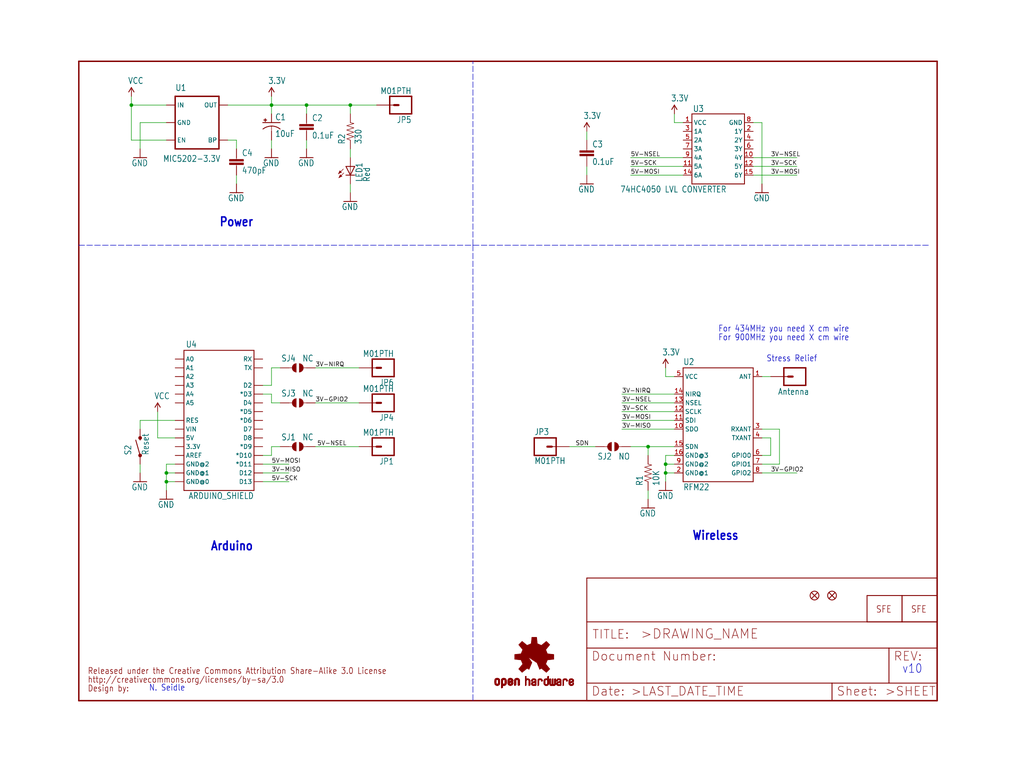
<source format=kicad_sch>
(kicad_sch (version 20211123) (generator eeschema)
  (paper "User" 297.002 223.926)
  (lib_symbols
    (symbol "eagleSchem-eagle-import:3.3V" (power)
      (property "Value" "3.3V" (at -1.016 3.556 0))
      (symbol "3.3V_1_0"
        (pin power_in line (at 0 0 90) (length 2.54) (name "3.3V") (number "1"))
      )
    )
    (symbol "eagleSchem-eagle-import:ARDUINO_SHIELDNOHOLES"
      (property "Reference" "U" (at -9.652 21.082 0))
      (property "Value" "ARDUINO_SHIELDNOHOLES" (at -8.89 -22.86 0))
      (symbol "ARDUINO_SHIELDNOHOLES_1_0"
        (pin bidirectional line (at -12.7 -7.62 0) (length 2.54) (name "3.3V") (number "3.3V"))
        (pin bidirectional line (at -12.7 -5.08 0) (length 2.54) (name "5V") (number "5V"))
        (pin bidirectional line (at -12.7 17.78 0) (length 2.54) (name "A0") (number "A0"))
        (pin bidirectional line (at -12.7 15.24 0) (length 2.54) (name "A1") (number "A1"))
        (pin bidirectional line (at -12.7 12.7 0) (length 2.54) (name "A2") (number "A2"))
        (pin bidirectional line (at -12.7 10.16 0) (length 2.54) (name "A3") (number "A3"))
        (pin bidirectional line (at -12.7 7.62 0) (length 2.54) (name "A4") (number "A4"))
        (pin bidirectional line (at -12.7 5.08 0) (length 2.54) (name "A5") (number "A5"))
        (pin bidirectional line (at -12.7 -10.16 0) (length 2.54) (name "AREF") (number "AREF"))
        (pin bidirectional line (at 12.7 -10.16 180) (length 2.54) (name "*D10") (number "D10"))
        (pin bidirectional line (at 12.7 -12.7 180) (length 2.54) (name "*D11") (number "D11"))
        (pin bidirectional line (at 12.7 -15.24 180) (length 2.54) (name "D12") (number "D12"))
        (pin bidirectional line (at 12.7 -17.78 180) (length 2.54) (name "D13") (number "D13"))
        (pin bidirectional line (at 12.7 10.16 180) (length 2.54) (name "D2") (number "D2"))
        (pin bidirectional line (at 12.7 7.62 180) (length 2.54) (name "*D3") (number "D3"))
        (pin bidirectional line (at 12.7 5.08 180) (length 2.54) (name "D4") (number "D4"))
        (pin bidirectional line (at 12.7 2.54 180) (length 2.54) (name "*D5") (number "D5"))
        (pin bidirectional line (at 12.7 0 180) (length 2.54) (name "*D6") (number "D6"))
        (pin bidirectional line (at 12.7 -2.54 180) (length 2.54) (name "D7") (number "D7"))
        (pin bidirectional line (at 12.7 -5.08 180) (length 2.54) (name "D8") (number "D8"))
        (pin bidirectional line (at 12.7 -7.62 180) (length 2.54) (name "*D9") (number "D9"))
        (pin bidirectional line (at -12.7 -17.78 0) (length 2.54) (name "GND@0") (number "GND@0"))
        (pin bidirectional line (at -12.7 -15.24 0) (length 2.54) (name "GND@1") (number "GND@1"))
        (pin bidirectional line (at -12.7 -12.7 0) (length 2.54) (name "GND@2") (number "GND@2"))
        (pin bidirectional line (at -12.7 0 0) (length 2.54) (name "RES") (number "RES"))
        (pin bidirectional line (at 12.7 17.78 180) (length 2.54) (name "RX") (number "RX"))
        (pin bidirectional line (at 12.7 15.24 180) (length 2.54) (name "TX") (number "TX"))
        (pin bidirectional line (at -12.7 -2.54 0) (length 2.54) (name "VIN") (number "VIN"))
      )
    )
    (symbol "eagleSchem-eagle-import:CAP0402-CAP"
      (property "Reference" "C" (at 1.524 2.921 0))
      (property "Value" "CAP0402-CAP" (at 1.524 -2.159 0))
      (symbol "CAP0402-CAP_1_0"
        (pin passive line (at 0 5.08 270) (length 2.54) (name "1") (number "1"))
        (pin passive line (at 0 -2.54 90) (length 2.54) (name "2") (number "2"))
      )
    )
    (symbol "eagleSchem-eagle-import:CAP_POL1206"
      (property "Reference" "C" (at 1.016 0.635 0))
      (property "Value" "CAP_POL1206" (at 1.016 -4.191 0))
      (symbol "CAP_POL1206_1_0"
        (pin passive line (at 0 2.54 270) (length 2.54) (name "+") (number "A"))
        (pin passive line (at 0 -5.08 90) (length 2.54) (name "-") (number "C"))
      )
    )
    (symbol "eagleSchem-eagle-import:CREATIVE_COMMONS"
      (symbol "CREATIVE_COMMONS_1_0"
        (text "Design by:" (at 0 0 0) (effects (font (size 1.778 1.5113)) (justify left bottom)))
        (text "http://creativecommons.org/licenses/by-sa/3.0" (at 0 2.54 0) (effects (font (size 1.778 1.5113)) (justify left bottom)))
        (text "Released under the Creative Commons Attribution Share-Alike 3.0 License" (at 0 5.08 0) (effects (font (size 1.778 1.5113)) (justify left bottom)))
      )
    )
    (symbol "eagleSchem-eagle-import:FIDUCIALUFIDUCIAL")
    (symbol "eagleSchem-eagle-import:FRAME-LETTER"
      (symbol "FRAME-LETTER_2_0"
        (text ">DRAWING_NAME" (at 15.494 17.78 0) (effects (font (size 2.7432 2.7432)) (justify left bottom)))
        (text ">LAST_DATE_TIME" (at 12.7 1.27 0) (effects (font (size 2.54 2.54)) (justify left bottom)))
        (text ">SHEET" (at 86.36 1.27 0) (effects (font (size 2.54 2.54)) (justify left bottom)))
        (text "Date:" (at 1.27 1.27 0) (effects (font (size 2.54 2.54)) (justify left bottom)))
        (text "Document Number:" (at 1.27 11.43 0) (effects (font (size 2.54 2.54)) (justify left bottom)))
        (text "REV:" (at 88.9 11.43 0) (effects (font (size 2.54 2.54)) (justify left bottom)))
        (text "Sheet:" (at 72.39 1.27 0) (effects (font (size 2.54 2.54)) (justify left bottom)))
        (text "TITLE:" (at 1.524 17.78 0) (effects (font (size 2.54 2.54)) (justify left bottom)))
      )
    )
    (symbol "eagleSchem-eagle-import:GND" (power)
      (property "Value" "GND" (at -2.54 -2.54 0))
      (symbol "GND_1_0"
        (pin power_in line (at 0 2.54 270) (length 2.54) (name "GND") (number "1"))
      )
    )
    (symbol "eagleSchem-eagle-import:HEX_CONVERTER"
      (property "Reference" "U" (at -7.62 10.16 0))
      (property "Value" "HEX_CONVERTER" (at -7.62 -12.7 0))
      (symbol "HEX_CONVERTER_1_0"
        (pin bidirectional line (at -10.16 7.62 0) (length 2.54) (name "VCC") (number "1"))
        (pin bidirectional line (at 10.16 -2.54 180) (length 2.54) (name "4Y") (number "10"))
        (pin bidirectional line (at -10.16 -5.08 0) (length 2.54) (name "5A") (number "11"))
        (pin bidirectional line (at 10.16 -5.08 180) (length 2.54) (name "5Y") (number "12"))
        (pin bidirectional line (at -10.16 -7.62 0) (length 2.54) (name "6A") (number "14"))
        (pin bidirectional line (at 10.16 -7.62 180) (length 2.54) (name "6Y") (number "15"))
        (pin bidirectional line (at 10.16 5.08 180) (length 2.54) (name "1Y") (number "2"))
        (pin bidirectional line (at -10.16 5.08 0) (length 2.54) (name "1A") (number "3"))
        (pin bidirectional line (at 10.16 2.54 180) (length 2.54) (name "2Y") (number "4"))
        (pin bidirectional line (at -10.16 2.54 0) (length 2.54) (name "2A") (number "5"))
        (pin bidirectional line (at 10.16 0 180) (length 2.54) (name "3Y") (number "6"))
        (pin bidirectional line (at -10.16 0 0) (length 2.54) (name "3A") (number "7"))
        (pin bidirectional line (at 10.16 7.62 180) (length 2.54) (name "GND") (number "8"))
        (pin bidirectional line (at -10.16 -2.54 0) (length 2.54) (name "4A") (number "9"))
      )
    )
    (symbol "eagleSchem-eagle-import:LED0603"
      (property "Reference" "LED" (at 3.556 -4.572 90))
      (property "Value" "LED0603" (at 5.715 -4.572 90))
      (symbol "LED0603_1_0"
        (pin passive line (at 0 2.54 270) (length 2.54) (name "A") (number "A"))
        (pin passive line (at 0 -5.08 90) (length 2.54) (name "C") (number "C"))
      )
    )
    (symbol "eagleSchem-eagle-import:LOGO-SFENEW"
      (symbol "LOGO-SFENEW_1_0"
        (text "SFE" (at 0 0 0) (effects (font (size 1.9304 1.6408)) (justify left bottom)))
      )
    )
    (symbol "eagleSchem-eagle-import:M01PTH"
      (property "Reference" "JP" (at -2.54 3.302 0))
      (property "Value" "M01PTH" (at -2.54 -5.08 0))
      (symbol "M01PTH_1_0"
        (pin passive line (at 7.62 0 180) (length 5.08) (name "1") (number "1"))
      )
    )
    (symbol "eagleSchem-eagle-import:OSHW-LOGOS")
    (symbol "eagleSchem-eagle-import:RESISTOR0402-RES"
      (property "Reference" "R" (at -3.81 1.4986 0))
      (property "Value" "RESISTOR0402-RES" (at -3.81 -3.302 0))
      (symbol "RESISTOR0402-RES_1_0"
        (pin passive line (at -5.08 0 0) (length 2.54) (name "1") (number "1"))
        (pin passive line (at 5.08 0 180) (length 2.54) (name "2") (number "2"))
      )
    )
    (symbol "eagleSchem-eagle-import:RFM22SMD"
      (property "Value" "RFM22SMD" (at -10.16 -20.32 0))
      (symbol "RFM22SMD_1_0"
        (pin bidirectional line (at 12.7 12.7 180) (length 2.54) (name "ANT") (number "1"))
        (pin output line (at -12.7 -2.54 0) (length 2.54) (name "SDO") (number "10"))
        (pin input line (at -12.7 0 0) (length 2.54) (name "SDI") (number "11"))
        (pin input line (at -12.7 2.54 0) (length 2.54) (name "SCLK") (number "12"))
        (pin input line (at -12.7 5.08 0) (length 2.54) (name "NSEL") (number "13"))
        (pin output line (at -12.7 7.62 0) (length 2.54) (name "NIRQ") (number "14"))
        (pin input line (at -12.7 -7.62 0) (length 2.54) (name "SDN") (number "15"))
        (pin power_in line (at -12.7 -10.16 0) (length 2.54) (name "GND@3") (number "16"))
        (pin power_in line (at -12.7 -15.24 0) (length 2.54) (name "GND@1") (number "2"))
        (pin input line (at 12.7 -2.54 180) (length 2.54) (name "RXANT") (number "3"))
        (pin input line (at 12.7 -5.08 180) (length 2.54) (name "TXANT") (number "4"))
        (pin bidirectional line (at -12.7 12.7 0) (length 2.54) (name "VCC") (number "5"))
        (pin bidirectional line (at 12.7 -10.16 180) (length 2.54) (name "GPIO0") (number "6"))
        (pin bidirectional line (at 12.7 -12.7 180) (length 2.54) (name "GPIO1") (number "7"))
        (pin bidirectional line (at 12.7 -15.24 180) (length 2.54) (name "GPIO2") (number "8"))
        (pin power_in line (at -12.7 -12.7 0) (length 2.54) (name "GND@2") (number "9"))
      )
    )
    (symbol "eagleSchem-eagle-import:SOLDERJUMPERNO"
      (property "Reference" "SJ" (at -2.54 2.54 0))
      (property "Value" "SOLDERJUMPERNO" (at -2.54 -5.08 0))
      (symbol "SOLDERJUMPERNO_1_0"
        (pin passive line (at -5.08 0 0) (length 2.54) (name "1") (number "1"))
        (pin passive line (at 5.08 0 180) (length 2.54) (name "2") (number "2"))
      )
    )
    (symbol "eagleSchem-eagle-import:SOLDERJUMPERTRACE"
      (property "Reference" "SJ" (at -2.54 2.54 0))
      (property "Value" "SOLDERJUMPERTRACE" (at -2.54 -5.08 0))
      (symbol "SOLDERJUMPERTRACE_1_0"
        (pin passive line (at -5.08 0 0) (length 2.54) (name "1") (number "1"))
        (pin passive line (at 5.08 0 180) (length 2.54) (name "2") (number "2"))
      )
    )
    (symbol "eagleSchem-eagle-import:SWITCH-MOMENTARY-2SMD"
      (property "Reference" "S" (at -2.54 2.54 0))
      (property "Value" "SWITCH-MOMENTARY-2SMD" (at -2.54 -2.54 0))
      (symbol "SWITCH-MOMENTARY-2SMD_1_0"
        (pin passive line (at -5.08 0 0) (length 2.54) (name "1") (number "1"))
        (pin passive line (at 5.08 0 180) (length 2.54) (name "2") (number "3"))
      )
    )
    (symbol "eagleSchem-eagle-import:VCC" (power)
      (property "Value" "VCC" (at -1.016 3.556 0))
      (symbol "VCC_1_0"
        (pin power_in line (at 0 0 90) (length 2.54) (name "VCC") (number "1"))
      )
    )
    (symbol "eagleSchem-eagle-import:V_REG_LDOSMD"
      (property "Reference" "U" (at -7.62 9.144 0))
      (property "Value" "V_REG_LDOSMD" (at -7.62 -11.43 0))
      (symbol "V_REG_LDOSMD_1_0"
        (pin input line (at -10.16 5.08 0) (length 2.54) (name "IN") (number "1"))
        (pin input line (at -10.16 0 0) (length 2.54) (name "GND") (number "2"))
        (pin input line (at -10.16 -5.08 0) (length 2.54) (name "EN") (number "3"))
        (pin input line (at 7.62 -5.08 180) (length 2.54) (name "BP") (number "4"))
        (pin passive line (at 7.62 5.08 180) (length 2.54) (name "OUT") (number "5"))
      )
    )
  )
  (junction (at 38.1 30.48))
  (junction (at 193.04 137.16))
  (junction (at 88.9 30.48))
  (junction (at 78.74 30.48))
  (junction (at 187.96 129.54))
  (junction (at 193.04 134.62))
  (junction (at 101.6 30.48))
  (junction (at 48.26 137.16))
  (junction (at 48.26 139.7))
  (wire (pts (xy 218.44 48.26) (xy 231.14 48.26)))
  (wire (pts (xy 193.04 134.62) (xy 193.04 137.16)))
  (wire (pts (xy 195.58 116.84) (xy 180.34 116.84)))
  (wire (pts (xy 91.44 129.54) (xy 104.14 129.54)))
  (wire (pts (xy 50.8 139.7) (xy 48.26 139.7)))
  (wire (pts (xy 109.22 30.48) (xy 101.6 30.48)))
  (wire (pts (xy 91.44 116.84) (xy 104.14 116.84)))
  (wire (pts (xy 170.18 40.64) (xy 170.18 38.1)))
  (wire (pts (xy 218.44 35.56) (xy 220.98 35.56)))
  (wire (pts (xy 76.2 111.76) (xy 78.74 111.76)))
  (wire (pts (xy 226.06 124.46) (xy 226.06 134.62)))
  (polyline (pts (xy 269.24 71.12) (xy 137.16 71.12)))
  (wire (pts (xy 78.74 30.48) (xy 88.9 30.48)))
  (wire (pts (xy 48.26 137.16) (xy 48.26 139.7)))
  (wire (pts (xy 193.04 137.16) (xy 193.04 139.7)))
  (wire (pts (xy 223.52 127) (xy 220.98 127)))
  (wire (pts (xy 198.12 45.72) (xy 182.88 45.72)))
  (polyline (pts (xy 22.86 71.12) (xy 137.16 71.12)))
  (wire (pts (xy 195.58 119.38) (xy 180.34 119.38)))
  (wire (pts (xy 172.72 129.54) (xy 165.1 129.54)))
  (wire (pts (xy 88.9 40.64) (xy 88.9 43.18)))
  (wire (pts (xy 223.52 132.08) (xy 223.52 127)))
  (wire (pts (xy 68.58 53.34) (xy 68.58 50.8)))
  (wire (pts (xy 193.04 132.08) (xy 193.04 134.62)))
  (wire (pts (xy 198.12 35.56) (xy 195.58 35.56)))
  (wire (pts (xy 195.58 137.16) (xy 193.04 137.16)))
  (wire (pts (xy 218.44 45.72) (xy 231.14 45.72)))
  (wire (pts (xy 104.14 106.68) (xy 91.44 106.68)))
  (wire (pts (xy 38.1 30.48) (xy 38.1 27.94)))
  (wire (pts (xy 48.26 139.7) (xy 48.26 142.24)))
  (wire (pts (xy 193.04 132.08) (xy 195.58 132.08)))
  (wire (pts (xy 220.98 35.56) (xy 220.98 53.34)))
  (wire (pts (xy 48.26 40.64) (xy 38.1 40.64)))
  (wire (pts (xy 195.58 121.92) (xy 180.34 121.92)))
  (wire (pts (xy 170.18 50.8) (xy 170.18 48.26)))
  (wire (pts (xy 66.04 40.64) (xy 68.58 40.64)))
  (wire (pts (xy 101.6 33.02) (xy 101.6 30.48)))
  (wire (pts (xy 220.98 137.16) (xy 231.14 137.16)))
  (wire (pts (xy 78.74 116.84) (xy 81.28 116.84)))
  (polyline (pts (xy 137.16 71.12) (xy 137.16 203.2)))
  (wire (pts (xy 88.9 33.02) (xy 88.9 30.48)))
  (wire (pts (xy 45.72 119.38) (xy 45.72 127)))
  (wire (pts (xy 50.8 134.62) (xy 48.26 134.62)))
  (wire (pts (xy 50.8 121.92) (xy 40.64 121.92)))
  (wire (pts (xy 195.58 134.62) (xy 193.04 134.62)))
  (wire (pts (xy 218.44 50.8) (xy 231.14 50.8)))
  (polyline (pts (xy 137.16 71.12) (xy 137.16 17.78)))
  (wire (pts (xy 198.12 48.26) (xy 182.88 48.26)))
  (wire (pts (xy 220.98 132.08) (xy 223.52 132.08)))
  (wire (pts (xy 78.74 129.54) (xy 78.74 132.08)))
  (wire (pts (xy 101.6 55.88) (xy 101.6 53.34)))
  (wire (pts (xy 187.96 129.54) (xy 187.96 132.08)))
  (wire (pts (xy 78.74 106.68) (xy 81.28 106.68)))
  (wire (pts (xy 40.64 124.46) (xy 40.64 121.92)))
  (wire (pts (xy 187.96 144.78) (xy 187.96 142.24)))
  (wire (pts (xy 187.96 129.54) (xy 182.88 129.54)))
  (wire (pts (xy 78.74 132.08) (xy 76.2 132.08)))
  (wire (pts (xy 81.28 129.54) (xy 78.74 129.54)))
  (wire (pts (xy 193.04 109.22) (xy 193.04 106.68)))
  (wire (pts (xy 195.58 35.56) (xy 195.58 33.02)))
  (wire (pts (xy 76.2 137.16) (xy 83.82 137.16)))
  (wire (pts (xy 195.58 109.22) (xy 193.04 109.22)))
  (wire (pts (xy 195.58 124.46) (xy 180.34 124.46)))
  (wire (pts (xy 38.1 30.48) (xy 48.26 30.48)))
  (wire (pts (xy 78.74 40.64) (xy 78.74 43.18)))
  (wire (pts (xy 76.2 134.62) (xy 83.82 134.62)))
  (wire (pts (xy 40.64 35.56) (xy 40.64 43.18)))
  (wire (pts (xy 40.64 137.16) (xy 40.64 134.62)))
  (wire (pts (xy 48.26 134.62) (xy 48.26 137.16)))
  (wire (pts (xy 76.2 139.7) (xy 83.82 139.7)))
  (wire (pts (xy 78.74 27.94) (xy 78.74 30.48)))
  (wire (pts (xy 50.8 127) (xy 45.72 127)))
  (wire (pts (xy 101.6 30.48) (xy 88.9 30.48)))
  (wire (pts (xy 68.58 40.64) (xy 68.58 43.18)))
  (wire (pts (xy 66.04 30.48) (xy 78.74 30.48)))
  (wire (pts (xy 223.52 109.22) (xy 220.98 109.22)))
  (wire (pts (xy 78.74 114.3) (xy 78.74 116.84)))
  (wire (pts (xy 195.58 129.54) (xy 187.96 129.54)))
  (wire (pts (xy 76.2 114.3) (xy 78.74 114.3)))
  (wire (pts (xy 48.26 35.56) (xy 40.64 35.56)))
  (wire (pts (xy 198.12 50.8) (xy 182.88 50.8)))
  (wire (pts (xy 38.1 40.64) (xy 38.1 30.48)))
  (wire (pts (xy 50.8 137.16) (xy 48.26 137.16)))
  (wire (pts (xy 220.98 124.46) (xy 226.06 124.46)))
  (wire (pts (xy 101.6 45.72) (xy 101.6 43.18)))
  (wire (pts (xy 195.58 114.3) (xy 180.34 114.3)))
  (wire (pts (xy 78.74 111.76) (xy 78.74 106.68)))
  (wire (pts (xy 78.74 33.02) (xy 78.74 30.48)))
  (wire (pts (xy 226.06 134.62) (xy 220.98 134.62)))
  (text "v10" (at 261.62 195.58 180) (effects (font (size 2.54 2.159)) (justify left bottom)))
  (text "Arduino" (at 60.96 160.02 180) (effects (font (size 2.54 2.159) (thickness 0.4318) bold) (justify left bottom)))
  (text "Power" (at 63.5 66.04 180) (effects (font (size 2.54 2.159) (thickness 0.4318) bold) (justify left bottom)))
  (text "Stress Relief" (at 222.25 105.156 180) (effects (font (size 1.778 1.5113)) (justify left bottom)))
  (text "Wireless" (at 200.66 156.972 180) (effects (font (size 2.54 2.159) (thickness 0.4318) bold) (justify left bottom)))
  (text "N. Seidle" (at 43.18 200.66 180) (effects (font (size 1.778 1.5113)) (justify left bottom)))
  (text "For 900MHz you need X cm wire" (at 208.28 99.06 180) (effects (font (size 1.778 1.5113)) (justify left bottom)))
  (text "For 434MHz you need X cm wire" (at 208.28 96.52 180) (effects (font (size 1.778 1.5113)) (justify left bottom)))
  (label "3V-MOSI" (at 223.52 50.8 0) (effects (font (size 1.2446 1.2446))))
  (label "SDN" (at 166.878 129.54 0) (effects (font (size 1.2446 1.2446))))
  (label "3V-MOSI" (at 180.34 121.92 0) (effects (font (size 1.2446 1.2446))))
  (label "5V-SCK" (at 182.88 48.26 0) (effects (font (size 1.2446 1.2446))))
  (label "3V-NIRQ" (at 180.34 114.3 0) (effects (font (size 1.2446 1.2446))))
  (label "5V-NSEL" (at 91.948 129.54 0) (effects (font (size 1.2446 1.2446))))
  (label "3V-SCK" (at 180.34 119.38 0) (effects (font (size 1.2446 1.2446))))
  (label "3V-GPIO2" (at 91.44 116.84 0) (effects (font (size 1.2446 1.2446))))
  (label "5V-MOSI" (at 78.74 134.62 0) (effects (font (size 1.2446 1.2446))))
  (label "3V-GPIO2" (at 223.52 137.16 0) (effects (font (size 1.2446 1.2446))))
  (label "3V-MISO" (at 78.74 137.16 0) (effects (font (size 1.2446 1.2446))))
  (label "3V-SCK" (at 223.52 48.26 0) (effects (font (size 1.2446 1.2446))))
  (label "5V-SCK" (at 78.74 139.7 0) (effects (font (size 1.2446 1.2446))))
  (label "3V-MISO" (at 180.34 124.46 0) (effects (font (size 1.2446 1.2446))))
  (label "3V-NSEL" (at 223.52 45.72 0) (effects (font (size 1.2446 1.2446))))
  (label "5V-MOSI" (at 182.88 50.8 0) (effects (font (size 1.2446 1.2446))))
  (label "5V-NSEL" (at 182.88 45.72 0) (effects (font (size 1.2446 1.2446))))
  (label "3V-NSEL" (at 180.34 116.84 0) (effects (font (size 1.2446 1.2446))))
  (label "3V-NIRQ" (at 91.44 106.68 0) (effects (font (size 1.2446 1.2446))))
  (symbol (lib_id "eagleSchem-eagle-import:SOLDERJUMPERTRACE") (at 86.36 116.84 0) (unit 1)
    (property "Reference" "SJ3" (at 81.534 115.062 0) (effects (font (size 1.778 1.5113)) (justify left bottom)))
    (property "Value" "NC" (at 87.63 115.062 0) (effects (font (size 1.778 1.5113)) (justify left bottom)))
    (property "Footprint" "eagleSchem:SJ_2S-TRACE" (effects hide))
  )
  (symbol (lib_id "eagleSchem-eagle-import:SWITCH-MOMENTARY-2SMD") (at 40.64 129.54 90) (unit 1)
    (property "Reference" "S2" (at 38.1 132.08 0) (effects (font (size 1.778 1.5113)) (justify left bottom)))
    (property "Value" "Reset" (at 43.18 132.08 0) (effects (font (size 1.778 1.5113)) (justify left bottom)))
    (property "Footprint" "eagleSchem:TACTILE_SWITCH_SMD" (effects hide))
  )
  (symbol (lib_id "eagleSchem-eagle-import:M01PTH") (at 231.14 109.22 180) (unit 1)
    (property "Reference" "JP2" (effects hide))
    (property "Value" "Antenna" (at 225.552 114.554 0) (effects (font (size 1.778 1.5113)) (justify right top)))
    (property "Footprint" "eagleSchem:1X01" (effects hide))
  )
  (symbol (lib_id "eagleSchem-eagle-import:M01PTH") (at 116.84 30.48 180) (unit 1)
    (property "Reference" "JP5" (at 119.38 33.782 0) (effects (font (size 1.778 1.5113)) (justify left bottom)))
    (property "Value" "M01PTH" (at 119.38 25.4 0) (effects (font (size 1.778 1.5113)) (justify left bottom)))
    (property "Footprint" "eagleSchem:1X01" (effects hide))
  )
  (symbol (lib_id "eagleSchem-eagle-import:GND") (at 40.64 139.7 0) (unit 1)
    (property "Reference" "#GND14" (effects hide))
    (property "Value" "GND" (at 38.1 142.24 0) (effects (font (size 1.778 1.5113)) (justify left bottom)))
    (property "Footprint" "eagleSchem:" (effects hide))
  )
  (symbol (lib_id "eagleSchem-eagle-import:CAP_POL1206") (at 78.74 35.56 0) (unit 1)
    (property "Reference" "C1" (at 79.756 34.925 0) (effects (font (size 1.778 1.5113)) (justify left bottom)))
    (property "Value" "10uF" (at 79.756 39.751 0) (effects (font (size 1.778 1.5113)) (justify left bottom)))
    (property "Footprint" "eagleSchem:EIA3216" (effects hide))
  )
  (symbol (lib_id "eagleSchem-eagle-import:3.3V") (at 195.58 33.02 0) (unit 1)
    (property "Reference" "#P+11" (effects hide))
    (property "Value" "3.3V" (at 194.564 29.464 0) (effects (font (size 1.778 1.5113)) (justify left bottom)))
    (property "Footprint" "eagleSchem:" (effects hide))
  )
  (symbol (lib_id "eagleSchem-eagle-import:CREATIVE_COMMONS") (at 25.4 200.66 0) (unit 1)
    (property "Reference" "U$3" (effects hide))
    (property "Value" "CREATIVE_COMMONS" (effects hide))
    (property "Footprint" "eagleSchem:CREATIVE_COMMONS" (effects hide))
  )
  (symbol (lib_id "eagleSchem-eagle-import:FIDUCIALUFIDUCIAL") (at 236.22 172.72 0) (unit 1)
    (property "Reference" "JP7" (effects hide))
    (property "Value" "FIDUCIALUFIDUCIAL" (effects hide))
    (property "Footprint" "eagleSchem:MICRO-FIDUCIAL" (effects hide))
  )
  (symbol (lib_id "eagleSchem-eagle-import:SOLDERJUMPERTRACE") (at 86.36 129.54 0) (unit 1)
    (property "Reference" "SJ1" (at 81.534 127.762 0) (effects (font (size 1.778 1.5113)) (justify left bottom)))
    (property "Value" "NC" (at 87.63 127.762 0) (effects (font (size 1.778 1.5113)) (justify left bottom)))
    (property "Footprint" "eagleSchem:SJ_2S-TRACE" (effects hide))
  )
  (symbol (lib_id "eagleSchem-eagle-import:LOGO-SFENEW") (at 264.16 177.8 0) (unit 1)
    (property "Reference" "U$8" (effects hide))
    (property "Value" "LOGO-SFENEW" (effects hide))
    (property "Footprint" "eagleSchem:SFE-NEW-WEBLOGO" (effects hide))
  )
  (symbol (lib_id "eagleSchem-eagle-import:RESISTOR0402-RES") (at 187.96 137.16 90) (unit 1)
    (property "Reference" "R1" (at 186.4614 140.97 0) (effects (font (size 1.778 1.5113)) (justify left bottom)))
    (property "Value" "10K" (at 191.262 140.97 0) (effects (font (size 1.778 1.5113)) (justify left bottom)))
    (property "Footprint" "eagleSchem:0402-RES" (effects hide))
  )
  (symbol (lib_id "eagleSchem-eagle-import:FIDUCIALUFIDUCIAL") (at 241.3 172.72 0) (unit 1)
    (property "Reference" "JP8" (effects hide))
    (property "Value" "FIDUCIALUFIDUCIAL" (effects hide))
    (property "Footprint" "eagleSchem:MICRO-FIDUCIAL" (effects hide))
  )
  (symbol (lib_id "eagleSchem-eagle-import:VCC") (at 45.72 119.38 0) (unit 1)
    (property "Reference" "#P+6" (effects hide))
    (property "Value" "VCC" (at 44.704 115.824 0) (effects (font (size 1.778 1.5113)) (justify left bottom)))
    (property "Footprint" "eagleSchem:" (effects hide))
  )
  (symbol (lib_id "eagleSchem-eagle-import:GND") (at 187.96 147.32 0) (unit 1)
    (property "Reference" "#GND5" (effects hide))
    (property "Value" "GND" (at 185.42 149.86 0) (effects (font (size 1.778 1.5113)) (justify left bottom)))
    (property "Footprint" "eagleSchem:" (effects hide))
  )
  (symbol (lib_id "eagleSchem-eagle-import:VCC") (at 38.1 27.94 0) (unit 1)
    (property "Reference" "#P+1" (effects hide))
    (property "Value" "VCC" (at 37.084 24.384 0) (effects (font (size 1.778 1.5113)) (justify left bottom)))
    (property "Footprint" "eagleSchem:" (effects hide))
  )
  (symbol (lib_id "eagleSchem-eagle-import:M01PTH") (at 111.76 116.84 180) (unit 1)
    (property "Reference" "JP4" (at 114.3 120.142 0) (effects (font (size 1.778 1.5113)) (justify left bottom)))
    (property "Value" "M01PTH" (at 114.3 111.76 0) (effects (font (size 1.778 1.5113)) (justify left bottom)))
    (property "Footprint" "eagleSchem:1X01" (effects hide))
  )
  (symbol (lib_id "eagleSchem-eagle-import:3.3V") (at 170.18 38.1 0) (unit 1)
    (property "Reference" "#P+7" (effects hide))
    (property "Value" "3.3V" (at 169.164 34.544 0) (effects (font (size 1.778 1.5113)) (justify left bottom)))
    (property "Footprint" "eagleSchem:" (effects hide))
  )
  (symbol (lib_id "eagleSchem-eagle-import:V_REG_LDOSMD") (at 58.42 35.56 0) (unit 1)
    (property "Reference" "U1" (at 50.8 26.416 0) (effects (font (size 1.778 1.5113)) (justify left bottom)))
    (property "Value" "MIC5202-3.3V" (at 47.244 46.99 0) (effects (font (size 1.778 1.5113)) (justify left bottom)))
    (property "Footprint" "eagleSchem:SOT23-5" (effects hide))
  )
  (symbol (lib_id "eagleSchem-eagle-import:M01PTH") (at 111.76 106.68 180) (unit 1)
    (property "Reference" "JP6" (at 114.3 109.982 0) (effects (font (size 1.778 1.5113)) (justify left bottom)))
    (property "Value" "M01PTH" (at 114.3 101.6 0) (effects (font (size 1.778 1.5113)) (justify left bottom)))
    (property "Footprint" "eagleSchem:1X01" (effects hide))
  )
  (symbol (lib_id "eagleSchem-eagle-import:GND") (at 101.6 58.42 0) (unit 1)
    (property "Reference" "#GND7" (effects hide))
    (property "Value" "GND" (at 99.06 60.96 0) (effects (font (size 1.778 1.5113)) (justify left bottom)))
    (property "Footprint" "eagleSchem:" (effects hide))
  )
  (symbol (lib_id "eagleSchem-eagle-import:RESISTOR0402-RES") (at 101.6 38.1 90) (unit 1)
    (property "Reference" "R2" (at 100.1014 41.91 0) (effects (font (size 1.778 1.5113)) (justify left bottom)))
    (property "Value" "330" (at 104.902 41.91 0) (effects (font (size 1.778 1.5113)) (justify left bottom)))
    (property "Footprint" "eagleSchem:0402-RES" (effects hide))
  )
  (symbol (lib_id "eagleSchem-eagle-import:FRAME-LETTER") (at 170.18 203.2 0) (unit 2)
    (property "Reference" "#FRAME1" (effects hide))
    (property "Value" "FRAME-LETTER" (effects hide))
    (property "Footprint" "eagleSchem:" (effects hide))
  )
  (symbol (lib_id "eagleSchem-eagle-import:CAP0402-CAP") (at 170.18 45.72 0) (unit 1)
    (property "Reference" "C3" (at 171.704 42.799 0) (effects (font (size 1.778 1.5113)) (justify left bottom)))
    (property "Value" "0.1uF" (at 171.704 47.879 0) (effects (font (size 1.778 1.5113)) (justify left bottom)))
    (property "Footprint" "eagleSchem:0402-CAP" (effects hide))
  )
  (symbol (lib_id "eagleSchem-eagle-import:M01PTH") (at 111.76 129.54 180) (unit 1)
    (property "Reference" "JP1" (at 114.3 132.842 0) (effects (font (size 1.778 1.5113)) (justify left bottom)))
    (property "Value" "M01PTH" (at 114.3 124.46 0) (effects (font (size 1.778 1.5113)) (justify left bottom)))
    (property "Footprint" "eagleSchem:1X01" (effects hide))
  )
  (symbol (lib_id "eagleSchem-eagle-import:GND") (at 78.74 45.72 0) (unit 1)
    (property "Reference" "#GND3" (effects hide))
    (property "Value" "GND" (at 76.2 48.26 0) (effects (font (size 1.778 1.5113)) (justify left bottom)))
    (property "Footprint" "eagleSchem:" (effects hide))
  )
  (symbol (lib_id "eagleSchem-eagle-import:LOGO-SFENEW") (at 254 177.8 0) (unit 1)
    (property "Reference" "U$7" (effects hide))
    (property "Value" "LOGO-SFENEW" (effects hide))
    (property "Footprint" "eagleSchem:SFE-NEW-WEBLOGO" (effects hide))
  )
  (symbol (lib_id "eagleSchem-eagle-import:CAP0402-CAP") (at 68.58 48.26 0) (unit 1)
    (property "Reference" "C4" (at 70.104 45.339 0) (effects (font (size 1.778 1.5113)) (justify left bottom)))
    (property "Value" "470pF" (at 70.104 50.419 0) (effects (font (size 1.778 1.5113)) (justify left bottom)))
    (property "Footprint" "eagleSchem:0402-CAP" (effects hide))
  )
  (symbol (lib_id "eagleSchem-eagle-import:GND") (at 68.58 55.88 0) (unit 1)
    (property "Reference" "#GND4" (effects hide))
    (property "Value" "GND" (at 66.04 58.42 0) (effects (font (size 1.778 1.5113)) (justify left bottom)))
    (property "Footprint" "eagleSchem:" (effects hide))
  )
  (symbol (lib_id "eagleSchem-eagle-import:ARDUINO_SHIELDNOHOLES") (at 63.5 121.92 0) (unit 1)
    (property "Reference" "U4" (at 53.848 100.838 0) (effects (font (size 1.778 1.5113)) (justify left bottom)))
    (property "Value" "ARDUINO_SHIELD" (at 54.61 144.78 0) (effects (font (size 1.778 1.5113)) (justify left bottom)))
    (property "Footprint" "eagleSchem:DUEMILANOVE_SHIELD_NOHOLES" (effects hide))
  )
  (symbol (lib_id "eagleSchem-eagle-import:LED0603") (at 101.6 48.26 0) (unit 1)
    (property "Reference" "LED1" (at 105.156 52.832 90) (effects (font (size 1.778 1.5113)) (justify left bottom)))
    (property "Value" "Red" (at 107.315 52.832 90) (effects (font (size 1.778 1.5113)) (justify left bottom)))
    (property "Footprint" "eagleSchem:LED-0603" (effects hide))
  )
  (symbol (lib_id "eagleSchem-eagle-import:GND") (at 88.9 45.72 0) (unit 1)
    (property "Reference" "#GND15" (effects hide))
    (property "Value" "GND" (at 86.36 48.26 0) (effects (font (size 1.778 1.5113)) (justify left bottom)))
    (property "Footprint" "eagleSchem:" (effects hide))
  )
  (symbol (lib_id "eagleSchem-eagle-import:HEX_CONVERTER") (at 208.28 43.18 0) (unit 1)
    (property "Reference" "U3" (at 200.914 32.512 0) (effects (font (size 1.778 1.5113)) (justify left bottom)))
    (property "Value" "74HC4050 LVL CONVERTER" (at 179.832 55.88 0) (effects (font (size 1.778 1.5113)) (justify left bottom)))
    (property "Footprint" "eagleSchem:SO016" (effects hide))
  )
  (symbol (lib_id "eagleSchem-eagle-import:FRAME-LETTER") (at 22.86 203.2 0) (unit 1)
    (property "Reference" "#FRAME1" (effects hide))
    (property "Value" "FRAME-LETTER" (effects hide))
    (property "Footprint" "eagleSchem:" (effects hide))
  )
  (symbol (lib_id "eagleSchem-eagle-import:SOLDERJUMPERNO") (at 177.8 129.54 0) (unit 1)
    (property "Reference" "SJ2" (at 173.228 133.35 0) (effects (font (size 1.778 1.5113)) (justify left bottom)))
    (property "Value" "NO" (at 179.324 133.35 0) (effects (font (size 1.778 1.5113)) (justify left bottom)))
    (property "Footprint" "eagleSchem:SJ_2S-NO" (effects hide))
  )
  (symbol (lib_id "eagleSchem-eagle-import:OSHW-LOGOS") (at 154.94 190.5 0) (unit 1)
    (property "Reference" "U$1" (effects hide))
    (property "Value" "OSHW-LOGOS" (effects hide))
    (property "Footprint" "eagleSchem:OSHW-LOGO-S" (effects hide))
  )
  (symbol (lib_id "eagleSchem-eagle-import:GND") (at 40.64 45.72 0) (unit 1)
    (property "Reference" "#GND2" (effects hide))
    (property "Value" "GND" (at 38.1 48.26 0) (effects (font (size 1.778 1.5113)) (justify left bottom)))
    (property "Footprint" "eagleSchem:" (effects hide))
  )
  (symbol (lib_id "eagleSchem-eagle-import:3.3V") (at 193.04 106.68 0) (unit 1)
    (property "Reference" "#P+12" (effects hide))
    (property "Value" "3.3V" (at 192.024 103.124 0) (effects (font (size 1.778 1.5113)) (justify left bottom)))
    (property "Footprint" "eagleSchem:" (effects hide))
  )
  (symbol (lib_id "eagleSchem-eagle-import:GND") (at 220.98 55.88 0) (unit 1)
    (property "Reference" "#GND25" (effects hide))
    (property "Value" "GND" (at 218.44 58.42 0) (effects (font (size 1.778 1.5113)) (justify left bottom)))
    (property "Footprint" "eagleSchem:" (effects hide))
  )
  (symbol (lib_id "eagleSchem-eagle-import:GND") (at 48.26 144.78 0) (unit 1)
    (property "Reference" "#GND1" (effects hide))
    (property "Value" "GND" (at 45.72 147.32 0) (effects (font (size 1.778 1.5113)) (justify left bottom)))
    (property "Footprint" "eagleSchem:" (effects hide))
  )
  (symbol (lib_id "eagleSchem-eagle-import:3.3V") (at 78.74 27.94 0) (unit 1)
    (property "Reference" "#P+5" (effects hide))
    (property "Value" "3.3V" (at 77.724 24.384 0) (effects (font (size 1.778 1.5113)) (justify left bottom)))
    (property "Footprint" "eagleSchem:" (effects hide))
  )
  (symbol (lib_id "eagleSchem-eagle-import:M01PTH") (at 157.48 129.54 0) (unit 1)
    (property "Reference" "JP3" (at 154.94 126.238 0) (effects (font (size 1.778 1.5113)) (justify left bottom)))
    (property "Value" "M01PTH" (at 154.94 134.62 0) (effects (font (size 1.778 1.5113)) (justify left bottom)))
    (property "Footprint" "eagleSchem:1X01" (effects hide))
  )
  (symbol (lib_id "eagleSchem-eagle-import:SOLDERJUMPERTRACE") (at 86.36 106.68 0) (unit 1)
    (property "Reference" "SJ4" (at 81.534 104.902 0) (effects (font (size 1.778 1.5113)) (justify left bottom)))
    (property "Value" "NC" (at 87.63 104.902 0) (effects (font (size 1.778 1.5113)) (justify left bottom)))
    (property "Footprint" "eagleSchem:SJ_2S-TRACE" (effects hide))
  )
  (symbol (lib_id "eagleSchem-eagle-import:CAP0402-CAP") (at 88.9 38.1 0) (unit 1)
    (property "Reference" "C2" (at 90.424 35.179 0) (effects (font (size 1.778 1.5113)) (justify left bottom)))
    (property "Value" "0.1uF" (at 90.424 40.259 0) (effects (font (size 1.778 1.5113)) (justify left bottom)))
    (property "Footprint" "eagleSchem:0402-CAP" (effects hide))
  )
  (symbol (lib_id "eagleSchem-eagle-import:GND") (at 193.04 142.24 0) (unit 1)
    (property "Reference" "#GND28" (effects hide))
    (property "Value" "GND" (at 190.5 144.78 0) (effects (font (size 1.778 1.5113)) (justify left bottom)))
    (property "Footprint" "eagleSchem:" (effects hide))
  )
  (symbol (lib_id "eagleSchem-eagle-import:RFM22SMD") (at 208.28 121.92 0) (unit 1)
    (property "Reference" "U2" (at 198.12 105.918 0) (effects (font (size 1.778 1.5113)) (justify left bottom)))
    (property "Value" "RFM22" (at 198.12 142.24 0) (effects (font (size 1.778 1.5113)) (justify left bottom)))
    (property "Footprint" "eagleSchem:RFM22-XXX-S2" (effects hide))
  )
  (symbol (lib_id "eagleSchem-eagle-import:GND") (at 170.18 53.34 0) (unit 1)
    (property "Reference" "#GND27" (effects hide))
    (property "Value" "GND" (at 167.64 55.88 0) (effects (font (size 1.778 1.5113)) (justify left bottom)))
    (property "Footprint" "eagleSchem:" (effects hide))
  )
)
</source>
